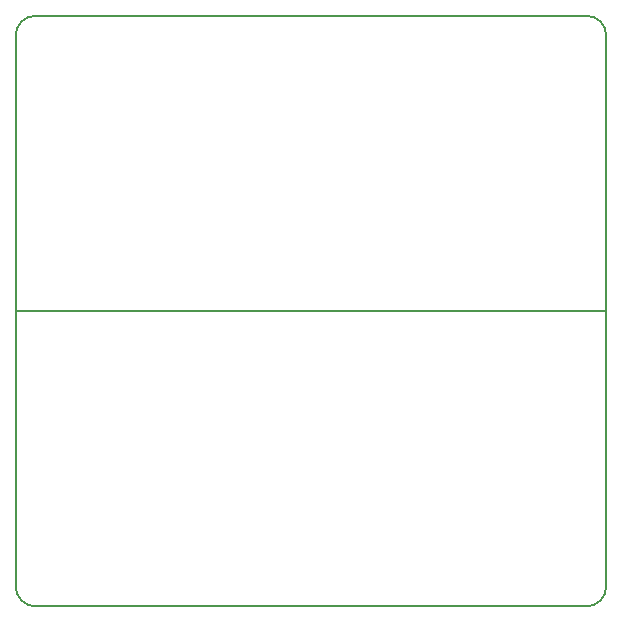
<source format=gm1>
G04 #@! TF.FileFunction,Profile,NP*
%FSLAX46Y46*%
G04 Gerber Fmt 4.6, Leading zero omitted, Abs format (unit mm)*
G04 Created by KiCad (PCBNEW 0.201603210401+6634~43~ubuntu14.04.1-product) date mån 28 mar 2016 17:16:37*
%MOMM*%
G01*
G04 APERTURE LIST*
%ADD10C,0.050000*%
%ADD11C,0.150000*%
G04 APERTURE END LIST*
D10*
D11*
X99999500Y-148334500D02*
G75*
G03X101664500Y-149999500I1665000J0D01*
G01*
X149999500Y-124999500D02*
X99999500Y-124999500D01*
X148334500Y-149999500D02*
X101664500Y-149999500D01*
X99999500Y-148334500D02*
X99999500Y-124999500D01*
X149999500Y-148334500D02*
X149999500Y-124999500D01*
X148334500Y-149999500D02*
G75*
G03X149999500Y-148334500I0J1665000D01*
G01*
X150000000Y-101665000D02*
G75*
G03X148335000Y-100000000I-1665000J0D01*
G01*
X101665000Y-100000000D02*
G75*
G03X100000000Y-101665000I0J-1665000D01*
G01*
X100000000Y-101665000D02*
X100000000Y-125000000D01*
X100000000Y-125000000D02*
X150000000Y-125000000D01*
X150000000Y-101665000D02*
X150000000Y-125000000D01*
X101665000Y-100000000D02*
X148335000Y-100000000D01*
M02*

</source>
